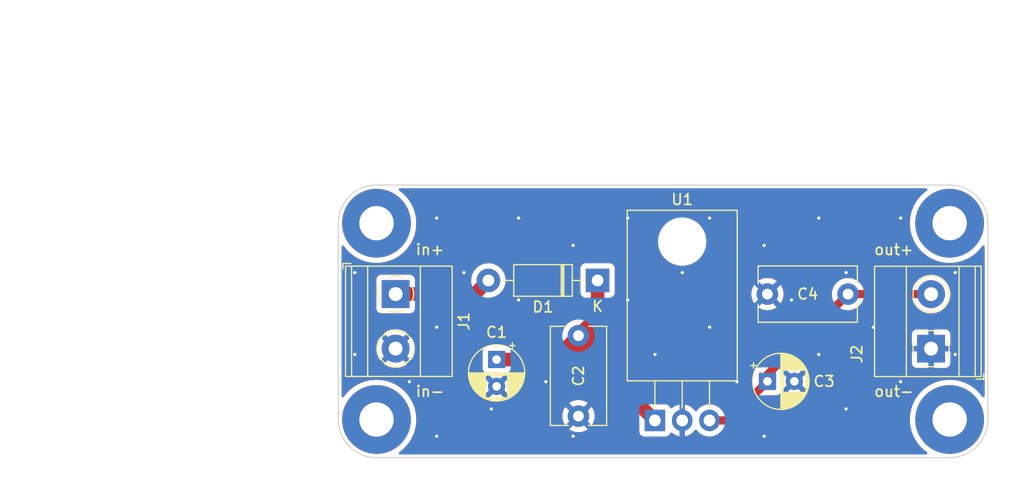
<source format=kicad_pcb>
(kicad_pcb (version 20221018) (generator pcbnew)
  (layers (0 "F.Cu" signal) (31 "B.Cu" signal) (34 "B.Paste" user) (35 "F.Paste" user) (36 "B.SilkS" user "B.Silkscreen") (37 "F.SilkS" user "F.Silkscreen") (38 "B.Mask" user) (39 "F.Mask" user) (44 "Edge.Cuts" user))
  (net 0 "")
  (net 1 "Net-(D1-K)")
  (net 2 "Net-(J1-Pin_2)")
  (net 3 "Net-(D1-A)")
  (net 8 "Net-(J2-Pin_2)")
  (footprint "Capacitor_THT:CP_Radial_D5.0mm_P2.50mm" (layer "F.Cu") (at 217.742888 119.888)
    (fp_text reference "C3" (at 5.269112 0) (layer "F.SilkS") (effects (font (thickness 0.16))))
    (fp_text value "10uF")
    (fp_line (start -1.554775 -1.475) (end -1.054775 -1.475) (stroke (width 0.12)) (layer "F.SilkS"))
    (fp_line (start -1.304775 -1.725) (end -1.304775 -1.225) (stroke (width 0.12)) (layer "F.SilkS"))
    (fp_line (start 1.25 -2.58) (end 1.25 2.58) (stroke (width 0.12)) (layer "F.SilkS"))
    (fp_line (start 1.29 -2.58) (end 1.29 2.58) (stroke (width 0.12)) (layer "F.SilkS"))
    (fp_line (start 1.33 -2.579) (end 1.33 2.579) (stroke (width 0.12)) (layer "F.SilkS"))
    (fp_line (start 1.37 -2.578) (end 1.37 2.578) (stroke (width 0.12)) (layer "F.SilkS"))
    (fp_line (start 1.41 -2.576) (end 1.41 2.576) (stroke (width 0.12)) (layer "F.SilkS"))
    (fp_line (start 1.45 -2.573) (end 1.45 2.573) (stroke (width 0.12)) (layer "F.SilkS"))
    (fp_line (start 1.49 -2.569) (end 1.49 -1.04) (stroke (width 0.12)) (layer "F.SilkS"))
    (fp_line (start 1.49 1.04) (end 1.49 2.569) (stroke (width 0.12)) (layer "F.SilkS"))
    (fp_line (start 1.53 -2.565) (end 1.53 -1.04) (stroke (width 0.12)) (layer "F.SilkS"))
    (fp_line (start 1.53 1.04) (end 1.53 2.565) (stroke (width 0.12)) (layer "F.SilkS"))
    (fp_line (start 1.57 -2.561) (end 1.57 -1.04) (stroke (width 0.12)) (layer "F.SilkS"))
    (fp_line (start 1.57 1.04) (end 1.57 2.561) (stroke (width 0.12)) (layer "F.SilkS"))
    (fp_line (start 1.61 -2.556) (end 1.61 -1.04) (stroke (width 0.12)) (layer "F.SilkS"))
    (fp_line (start 1.61 1.04) (end 1.61 2.556) (stroke (width 0.12)) (layer "F.SilkS"))
    (fp_line (start 1.65 -2.55) (end 1.65 -1.04) (stroke (width 0.12)) (layer "F.SilkS"))
    (fp_line (start 1.65 1.04) (end 1.65 2.55) (stroke (width 0.12)) (layer "F.SilkS"))
    (fp_line (start 1.69 -2.543) (end 1.69 -1.04) (stroke (width 0.12)) (layer "F.SilkS"))
    (fp_line (start 1.69 1.04) (end 1.69 2.543) (stroke (width 0.12)) (layer "F.SilkS"))
    (fp_line (start 1.73 -2.536) (end 1.73 -1.04) (stroke (width 0.12)) (layer "F.SilkS"))
    (fp_line (start 1.73 1.04) (end 1.73 2.536) (stroke (width 0.12)) (layer "F.SilkS"))
    (fp_line (start 1.77 -2.528) (end 1.77 -1.04) (stroke (width 0.12)) (layer "F.SilkS"))
    (fp_line (start 1.77 1.04) (end 1.77 2.528) (stroke (width 0.12)) (layer "F.SilkS"))
    (fp_line (start 1.81 -2.52) (end 1.81 -1.04) (stroke (width 0.12)) (layer "F.SilkS"))
    (fp_line (start 1.81 1.04) (end 1.81 2.52) (stroke (width 0.12)) (layer "F.SilkS"))
    (fp_line (start 1.85 -2.511) (end 1.85 -1.04) (stroke (width 0.12)) (layer "F.SilkS"))
    (fp_line (start 1.85 1.04) (end 1.85 2.511) (stroke (width 0.12)) (layer "F.SilkS"))
    (fp_line (start 1.89 -2.501) (end 1.89 -1.04) (stroke (width 0.12)) (layer "F.SilkS"))
    (fp_line (start 1.89 1.04) (end 1.89 2.501) (stroke (width 0.12)) (layer "F.SilkS"))
    (fp_line (start 1.93 -2.491) (end 1.93 -1.04) (stroke (width 0.12)) (layer "F.SilkS"))
    (fp_line (start 1.93 1.04) (end 1.93 2.491) (stroke (width 0.12)) (layer "F.SilkS"))
    (fp_line (start 1.971 -2.48) (end 1.971 -1.04) (stroke (width 0.12)) (layer "F.SilkS"))
    (fp_line (start 1.971 1.04) (end 1.971 2.48) (stroke (width 0.12)) (layer "F.SilkS"))
    (fp_line (start 2.011 -2.468) (end 2.011 -1.04) (stroke (width 0.12)) (layer "F.SilkS"))
    (fp_line (start 2.011 1.04) (end 2.011 2.468) (stroke (width 0.12)) (layer "F.SilkS"))
    (fp_line (start 2.051 -2.455) (end 2.051 -1.04) (stroke (width 0.12)) (layer "F.SilkS"))
    (fp_line (start 2.051 1.04) (end 2.051 2.455) (stroke (width 0.12)) (layer "F.SilkS"))
    (fp_line (start 2.091 -2.442) (end 2.091 -1.04) (stroke (width 0.12)) (layer "F.SilkS"))
    (fp_line (start 2.091 1.04) (end 2.091 2.442) (stroke (width 0.12)) (layer "F.SilkS"))
    (fp_line (start 2.131 -2.428) (end 2.131 -1.04) (stroke (width 0.12)) (layer "F.SilkS"))
    (fp_line (start 2.131 1.04) (end 2.131 2.428) (stroke (width 0.12)) (layer "F.SilkS"))
    (fp_line (start 2.171 -2.414) (end 2.171 -1.04) (stroke (width 0.12)) (layer "F.SilkS"))
    (fp_line (start 2.171 1.04) (end 2.171 2.414) (stroke (width 0.12)) (layer "F.SilkS"))
    (fp_line (start 2.211 -2.398) (end 2.211 -1.04) (stroke (width 0.12)) (layer "F.SilkS"))
    (fp_line (start 2.211 1.04) (end 2.211 2.398) (stroke (width 0.12)) (layer "F.SilkS"))
    (fp_line (start 2.251 -2.382) (end 2.251 -1.04) (stroke (width 0.12)) (layer "F.SilkS"))
    (fp_line (start 2.251 1.04) (end 2.251 2.382) (stroke (width 0.12)) (layer "F.SilkS"))
    (fp_line (start 2.291 -2.365) (end 2.291 -1.04) (stroke (width 0.12)) (layer "F.SilkS"))
    (fp_line (start 2.291 1.04) (end 2.291 2.365) (stroke (width 0.12)) (layer "F.SilkS"))
    (fp_line (start 2.331 -2.348) (end 2.331 -1.04) (stroke (width 0.12)) (layer "F.SilkS"))
    (fp_line (start 2.331 1.04) (end 2.331 2.348) (stroke (width 0.12)) (layer "F.SilkS"))
    (fp_line (start 2.371 -2.329) (end 2.371 -1.04) (stroke (width 0.12)) (layer "F.SilkS"))
    (fp_line (start 2.371 1.04) (end 2.371 2.329) (stroke (width 0.12)) (layer "F.SilkS"))
    (fp_line (start 2.411 -2.31) (end 2.411 -1.04) (stroke (width 0.12)) (layer "F.SilkS"))
    (fp_line (start 2.411 1.04) (end 2.411 2.31) (stroke (width 0.12)) (layer "F.SilkS"))
    (fp_line (start 2.451 -2.29) (end 2.451 -1.04) (stroke (width 0.12)) (layer "F.SilkS"))
    (fp_line (start 2.451 1.04) (end 2.451 2.29) (stroke (width 0.12)) (layer "F.SilkS"))
    (fp_line (start 2.491 -2.268) (end 2.491 -1.04) (stroke (width 0.12)) (layer "F.SilkS"))
    (fp_line (start 2.491 1.04) (end 2.491 2.268) (stroke (width 0.12)) (layer "F.SilkS"))
    (fp_line (start 2.531 -2.247) (end 2.531 -1.04) (stroke (width 0.12)) (layer "F.SilkS"))
    (fp_line (start 2.531 1.04) (end 2.531 2.247) (stroke (width 0.12)) (layer "F.SilkS"))
    (fp_line (start 2.571 -2.224) (end 2.571 -1.04) (stroke (width 0.12)) (layer "F.SilkS"))
    (fp_line (start 2.571 1.04) (end 2.571 2.224) (stroke (width 0.12)) (layer "F.SilkS"))
    (fp_line (start 2.611 -2.2) (end 2.611 -1.04) (stroke (width 0.12)) (layer "F.SilkS"))
    (fp_line (start 2.611 1.04) (end 2.611 2.2) (stroke (width 0.12)) (layer "F.SilkS"))
    (fp_line (start 2.651 -2.175) (end 2.651 -1.04) (stroke (width 0.12)) (layer "F.SilkS"))
    (fp_line (start 2.651 1.04) (end 2.651 2.175) (stroke (width 0.12)) (layer "F.SilkS"))
    (fp_line (start 2.691 -2.149) (end 2.691 -1.04) (stroke (width 0.12)) (layer "F.SilkS"))
    (fp_line (start 2.691 1.04) (end 2.691 2.149) (stroke (width 0.12)) (layer "F.SilkS"))
    (fp_line (start 2.731 -2.122) (end 2.731 -1.04) (stroke (width 0.12)) (layer "F.SilkS"))
    (fp_line (start 2.731 1.04) (end 2.731 2.122) (stroke (width 0.12)) (layer "F.SilkS"))
    (fp_line (start 2.771 -2.095) (end 2.771 -1.04) (stroke (width 0.12)) (layer "F.SilkS"))
    (fp_line (start 2.771 1.04) (end 2.771 2.095) (stroke (width 0.12)) (layer "F.SilkS"))
    (fp_line (start 2.811 -2.065) (end 2.811 -1.04) (stroke (width 0.12)) (layer "F.SilkS"))
    (fp_line (start 2.811 1.04) (end 2.811 2.065) (stroke (width 0.12)) (layer "F.SilkS"))
    (fp_line (start 2.851 -2.035) (end 2.851 -1.04) (stroke (width 0.12)) (layer "F.SilkS"))
    (fp_line (start 2.851 1.04) (end 2.851 2.035) (stroke (width 0.12)) (layer "F.SilkS"))
    (fp_line (start 2.891 -2.004) (end 2.891 -1.04) (stroke (width 0.12)) (layer "F.SilkS"))
    (fp_line (start 2.891 1.04) (end 2.891 2.004) (stroke (width 0.12)) (layer "F.SilkS"))
    (fp_line (start 2.931 -1.971) (end 2.931 -1.04) (stroke (width 0.12)) (layer "F.SilkS"))
    (fp_line (start 2.931 1.04) (end 2.931 1.971) (stroke (width 0.12)) (layer "F.SilkS"))
    (fp_line (start 2.971 -1.937) (end 2.971 -1.04) (stroke (width 0.12)) (layer "F.SilkS"))
    (fp_line (start 2.971 1.04) (end 2.971 1.937) (stroke (width 0.12)) (layer "F.SilkS"))
    (fp_line (start 3.011 -1.901) (end 3.011 -1.04) (stroke (width 0.12)) (layer "F.SilkS"))
    (fp_line (start 3.011 1.04) (end 3.011 1.901) (stroke (width 0.12)) (layer "F.SilkS"))
    (fp_line (start 3.051 -1.864) (end 3.051 -1.04) (stroke (width 0.12)) (layer "F.SilkS"))
    (fp_line (start 3.051 1.04) (end 3.051 1.864) (stroke (width 0.12)) (layer "F.SilkS"))
    (fp_line (start 3.091 -1.826) (end 3.091 -1.04) (stroke (width 0.12)) (layer "F.SilkS"))
    (fp_line (start 3.091 1.04) (end 3.091 1.826) (stroke (width 0.12)) (layer "F.SilkS"))
    (fp_line (start 3.131 -1.785) (end 3.131 -1.04) (stroke (width 0.12)) (layer "F.SilkS"))
    (fp_line (start 3.131 1.04) (end 3.131 1.785) (stroke (width 0.12)) (layer "F.SilkS"))
    (fp_line (start 3.171 -1.743) (end 3.171 -1.04) (stroke (width 0.12)) (layer "F.SilkS"))
    (fp_line (start 3.171 1.04) (end 3.171 1.743) (stroke (width 0.12)) (layer "F.SilkS"))
    (fp_line (start 3.211 -1.699) (end 3.211 -1.04) (stroke (width 0.12)) (layer "F.SilkS"))
    (fp_line (start 3.211 1.04) (end 3.211 1.699) (stroke (width 0.12)) (layer "F.SilkS"))
    (fp_line (start 3.251 -1.653) (end 3.251 -1.04) (stroke (width 0.12)) (layer "F.SilkS"))
    (fp_line (start 3.251 1.04) (end 3.251 1.653) (stroke (width 0.12)) (layer "F.SilkS"))
    (fp_line (start 3.291 -1.605) (end 3.291 -1.04) (stroke (width 0.12)) (layer "F.SilkS"))
    (fp_line (start 3.291 1.04) (end 3.291 1.605) (stroke (width 0.12)) (layer "F.SilkS"))
    (fp_line (start 3.331 -1.554) (end 3.331 -1.04) (stroke (width 0.12)) (layer "F.SilkS"))
    (fp_line (start 3.331 1.04) (end 3.331 1.554) (stroke (width 0.12)) (layer "F.SilkS"))
    (fp_line (start 3.371 -1.5) (end 3.371 -1.04) (stroke (width 0.12)) (layer "F.SilkS"))
    (fp_line (start 3.371 1.04) (end 3.371 1.5) (stroke (width 0.12)) (layer "F.SilkS"))
    (fp_line (start 3.411 -1.443) (end 3.411 -1.04) (stroke (width 0.12)) (layer "F.SilkS"))
    (fp_line (start 3.411 1.04) (end 3.411 1.443) (stroke (width 0.12)) (layer "F.SilkS"))
    (fp_line (start 3.451 -1.383) (end 3.451 -1.04) (stroke (width 0.12)) (layer "F.SilkS"))
    (fp_line (start 3.451 1.04) (end 3.451 1.383) (stroke (width 0.12)) (layer "F.SilkS"))
    (fp_line (start 3.491 -1.319) (end 3.491 -1.04) (stroke (width 0.12)) (layer "F.SilkS"))
    (fp_line (start 3.491 1.04) (end 3.491 1.319) (stroke (width 0.12)) (layer "F.SilkS"))
    (fp_line (start 3.531 -1.251) (end 3.531 -1.04) (stroke (width 0.12)) (layer "F.SilkS"))
    (fp_line (start 3.531 1.04) (end 3.531 1.251) (stroke (width 0.12)) (layer "F.SilkS"))
    (fp_line (start 3.571 -1.178) (end 3.571 1.178) (stroke (width 0.12)) (layer "F.SilkS"))
    (fp_line (start 3.611 -1.098) (end 3.611 1.098) (stroke (width 0.12)) (layer "F.SilkS"))
    (fp_line (start 3.651 -1.011) (end 3.651 1.011) (stroke (width 0.12)) (layer "F.SilkS"))
    (fp_line (start 3.691 -0.915) (end 3.691 0.915) (stroke (width 0.12)) (layer "F.SilkS"))
    (fp_line (start 3.731 -0.805) (end 3.731 0.805) (stroke (width 0.12)) (layer "F.SilkS"))
    (fp_line (start 3.771 -0.677) (end 3.771 0.677) (stroke (width 0.12)) (layer "F.SilkS"))
    (fp_line (start 3.811 -0.518) (end 3.811 0.518) (stroke (width 0.12)) (layer "F.SilkS"))
    (fp_line (start 3.851 -0.284) (end 3.851 0.284) (stroke (width 0.12)) (layer "F.SilkS"))
    (fp_circle (center 1.25 0) (end 3.87 0) (stroke (width 0.12)) (fill none) (layer "F.SilkS"))
    (pad "1" thru_hole rect (at 0 0) (size 1.6 1.6) (drill 0.8) (layers "*.Cu" "*.Mask") (net 8 "Net-(J2-Pin_2)"))
    (pad "2" thru_hole circle (at 2.5 0) (size 1.6 1.6) (drill 0.8) (layers "*.Cu" "*.Mask") (net 2 "Net-(J1-Pin_2)"))
  )
  (footprint "TerminalBlock_Phoenix:TerminalBlock_Phoenix_MKDS-1,5-2-5.08_1x02_P5.08mm_Horizontal" (layer "F.Cu") (at 232.969 116.845 90)
    (fp_text reference "J2" (at -0.503 -6.909 90) (layer "F.SilkS") (effects (font (thickness 0.16))))
    (fp_text value "Screw_Terminal_01x02")
    (fp_line (start -2.84 4.16) (end -2.84 4.9) (stroke (width 0.12)) (layer "F.SilkS"))
    (fp_line (start -2.84 4.9) (end -2.34 4.9) (stroke (width 0.12)) (layer "F.SilkS"))
    (fp_line (start -2.6 -5.261) (end -2.6 4.66) (stroke (width 0.12)) (layer "F.SilkS"))
    (fp_line (start -2.6 -5.261) (end 7.68 -5.261) (stroke (width 0.12)) (layer "F.SilkS"))
    (fp_line (start -2.6 -2.301) (end 7.68 -2.301) (stroke (width 0.12)) (layer "F.SilkS"))
    (fp_line (start -2.6 2.6) (end 7.68 2.6) (stroke (width 0.12)) (layer "F.SilkS"))
    (fp_line (start -2.6 4.1) (end 7.68 4.1) (stroke (width 0.12)) (layer "F.SilkS"))
    (fp_line (start -2.6 4.66) (end 7.68 4.66) (stroke (width 0.12)) (layer "F.SilkS"))
    (fp_line (start 3.853 1.023) (end 3.806 1.069) (stroke (width 0.12)) (layer "F.SilkS"))
    (fp_line (start 4.046 1.239) (end 4.011 1.274) (stroke (width 0.12)) (layer "F.SilkS"))
    (fp_line (start 6.15 -1.275) (end 6.115 -1.239) (stroke (width 0.12)) (layer "F.SilkS"))
    (fp_line (start 6.355 -1.069) (end 6.308 -1.023) (stroke (width 0.12)) (layer "F.SilkS"))
    (fp_line (start 7.68 -5.261) (end 7.68 4.66) (stroke (width 0.12)) (layer "F.SilkS"))
    (fp_arc (start -1.535427 0.683042) (mid -1.680501 -0.000524) (end -1.535 -0.684) (stroke (width 0.12)) (layer "F.SilkS"))
    (fp_arc (start -0.683042 -1.535427) (mid 0.000524 -1.680501) (end 0.684 -1.535) (stroke (width 0.12)) (layer "F.SilkS"))
    (fp_arc (start 0.028805 1.680253) (mid -0.335551 1.646659) (end -0.684 1.535) (stroke (width 0.12)) (layer "F.SilkS"))
    (fp_arc (start 0.683318 1.534756) (mid 0.349292 1.643288) (end 0 1.68) (stroke (width 0.12)) (layer "F.SilkS"))
    (fp_arc (start 1.535427 -0.683042) (mid 1.680501 0.000524) (end 1.535 0.684) (stroke (width 0.12)) (layer "F.SilkS"))
    (fp_circle (center 5.08 0) (end 6.76 0) (stroke (width 0.12)) (fill none) (layer "F.SilkS"))
    (pad "1" thru_hole rect (at 0 0 90) (size 2.6 2.6) (drill 1.3) (layers "*.Cu" "*.Mask") (net 2 "Net-(J1-Pin_2)"))
    (pad "2" thru_hole circle (at 5.08 0 90) (size 2.6 2.6) (drill 1.3) (layers "*.Cu" "*.Mask") (net 8 "Net-(J2-Pin_2)"))
  )
  (footprint "Capacitor_THT:CP_Radial_D5.0mm_P2.50mm" (layer "F.Cu") (at 192.532 117.856 -90)
    (fp_text reference "C1" (at -2.54 0 180) (layer "F.SilkS") (effects (font (thickness 0.16))))
    (fp_text value "2.2uF")
    (fp_line (start -1.554775 -1.475) (end -1.054775 -1.475) (stroke (width 0.12)) (layer "F.SilkS"))
    (fp_line (start -1.304775 -1.725) (end -1.304775 -1.225) (stroke (width 0.12)) (layer "F.SilkS"))
    (fp_line (start 1.25 -2.58) (end 1.25 2.58) (stroke (width 0.12)) (layer "F.SilkS"))
    (fp_line (start 1.29 -2.58) (end 1.29 2.58) (stroke (width 0.12)) (layer "F.SilkS"))
    (fp_line (start 1.33 -2.579) (end 1.33 2.579) (stroke (width 0.12)) (layer "F.SilkS"))
    (fp_line (start 1.37 -2.578) (end 1.37 2.578) (stroke (width 0.12)) (layer "F.SilkS"))
    (fp_line (start 1.41 -2.576) (end 1.41 2.576) (stroke (width 0.12)) (layer "F.SilkS"))
    (fp_line (start 1.45 -2.573) (end 1.45 2.573) (stroke (width 0.12)) (layer "F.SilkS"))
    (fp_line (start 1.49 -2.569) (end 1.49 -1.04) (stroke (width 0.12)) (layer "F.SilkS"))
    (fp_line (start 1.49 1.04) (end 1.49 2.569) (stroke (width 0.12)) (layer "F.SilkS"))
    (fp_line (start 1.53 -2.565) (end 1.53 -1.04) (stroke (width 0.12)) (layer "F.SilkS"))
    (fp_line (start 1.53 1.04) (end 1.53 2.565) (stroke (width 0.12)) (layer "F.SilkS"))
    (fp_line (start 1.57 -2.561) (end 1.57 -1.04) (stroke (width 0.12)) (layer "F.SilkS"))
    (fp_line (start 1.57 1.04) (end 1.57 2.561) (stroke (width 0.12)) (layer "F.SilkS"))
    (fp_line (start 1.61 -2.556) (end 1.61 -1.04) (stroke (width 0.12)) (layer "F.SilkS"))
    (fp_line (start 1.61 1.04) (end 1.61 2.556) (stroke (width 0.12)) (layer "F.SilkS"))
    (fp_line (start 1.65 -2.55) (end 1.65 -1.04) (stroke (width 0.12)) (layer "F.SilkS"))
    (fp_line (start 1.65 1.04) (end 1.65 2.55) (stroke (width 0.12)) (layer "F.SilkS"))
    (fp_line (start 1.69 -2.543) (end 1.69 -1.04) (stroke (width 0.12)) (layer "F.SilkS"))
    (fp_line (start 1.69 1.04) (end 1.69 2.543) (stroke (width 0.12)) (layer "F.SilkS"))
    (fp_line (start 1.73 -2.536) (end 1.73 -1.04) (stroke (width 0.12)) (layer "F.SilkS"))
    (fp_line (start 1.73 1.04) (end 1.73 2.536) (stroke (width 0.12)) (layer "F.SilkS"))
    (fp_line (start 1.77 -2.528) (end 1.77 -1.04) (stroke (width 0.12)) (layer "F.SilkS"))
    (fp_line (start 1.77 1.04) (end 1.77 2.528) (stroke (width 0.12)) (layer "F.SilkS"))
    (fp_line (start 1.81 -2.52) (end 1.81 -1.04) (stroke (width 0.12)) (layer "F.SilkS"))
    (fp_line (start 1.81 1.04) (end 1.81 2.52) (stroke (width 0.12)) (layer "F.SilkS"))
    (fp_line (start 1.85 -2.511) (end 1.85 -1.04) (stroke (width 0.12)) (layer "F.SilkS"))
    (fp_line (start 1.85 1.04) (end 1.85 2.511) (stroke (width 0.12)) (layer "F.SilkS"))
    (fp_line (start 1.89 -2.501) (end 1.89 -1.04) (stroke (width 0.12)) (layer "F.SilkS"))
    (fp_line (start 1.89 1.04) (end 1.89 2.501) (stroke (width 0.12)) (layer "F.SilkS"))
    (fp_line (start 1.93 -2.491) (end 1.93 -1.04) (stroke (width 0.12)) (layer "F.SilkS"))
    (fp_line (start 1.93 1.04) (end 1.93 2.491) (stroke (width 0.12)) (layer "F.SilkS"))
    (fp_line (start 1.971 -2.48) (end 1.971 -1.04) (stroke (width 0.12)) (layer "F.SilkS"))
    (fp_line (start 1.971 1.04) (end 1.971 2.48) (stroke (width 0.12)) (layer "F.SilkS"))
    (fp_line (start 2.011 -2.468) (end 2.011 -1.04) (stroke (width 0.12)) (layer "F.SilkS"))
    (fp_line (start 2.011 1.04) (end 2.011 2.468) (stroke (width 0.12)) (layer "F.SilkS"))
    (fp_line (start 2.051 -2.455) (end 2.051 -1.04) (stroke (width 0.12)) (layer "F.SilkS"))
    (fp_line (start 2.051 1.04) (end 2.051 2.455) (stroke (width 0.12)) (layer "F.SilkS"))
    (fp_line (start 2.091 -2.442) (end 2.091 -1.04) (stroke (width 0.12)) (layer "F.SilkS"))
    (fp_line (start 2.091 1.04) (end 2.091 2.442) (stroke (width 0.12)) (layer "F.SilkS"))
    (fp_line (start 2.131 -2.428) (end 2.131 -1.04) (stroke (width 0.12)) (layer "F.SilkS"))
    (fp_line (start 2.131 1.04) (end 2.131 2.428) (stroke (width 0.12)) (layer "F.SilkS"))
    (fp_line (start 2.171 -2.414) (end 2.171 -1.04) (stroke (width 0.12)) (layer "F.SilkS"))
    (fp_line (start 2.171 1.04) (end 2.171 2.414) (stroke (width 0.12)) (layer "F.SilkS"))
    (fp_line (start 2.211 -2.398) (end 2.211 -1.04) (stroke (width 0.12)) (layer "F.SilkS"))
    (fp_line (start 2.211 1.04) (end 2.211 2.398) (stroke (width 0.12)) (layer "F.SilkS"))
    (fp_line (start 2.251 -2.382) (end 2.251 -1.04) (stroke (width 0.12)) (layer "F.SilkS"))
    (fp_line (start 2.251 1.04) (end 2.251 2.382) (stroke (width 0.12)) (layer "F.SilkS"))
    (fp_line (start 2.291 -2.365) (end 2.291 -1.04) (stroke (width 0.12)) (layer "F.SilkS"))
    (fp_line (start 2.291 1.04) (end 2.291 2.365) (stroke (width 0.12)) (layer "F.SilkS"))
    (fp_line (start 2.331 -2.348) (end 2.331 -1.04) (stroke (width 0.12)) (layer "F.SilkS"))
    (fp_line (start 2.331 1.04) (end 2.331 2.348) (stroke (width 0.12)) (layer "F.SilkS"))
    (fp_line (start 2.371 -2.329) (end 2.371 -1.04) (stroke (width 0.12)) (layer "F.SilkS"))
    (fp_line (start 2.371 1.04) (end 2.371 2.329) (stroke (width 0.12)) (layer "F.SilkS"))
    (fp_line (start 2.411 -2.31) (end 2.411 -1.04) (stroke (width 0.12)) (layer "F.SilkS"))
    (fp_line (start 2.411 1.04) (end 2.411 2.31) (stroke (width 0.12)) (layer "F.SilkS"))
    (fp_line (start 2.451 -2.29) (end 2.451 -1.04) (stroke (width 0.12)) (layer "F.SilkS"))
    (fp_line (start 2.451 1.04) (end 2.451 2.29) (stroke (width 0.12)) (layer "F.SilkS"))
    (fp_line (start 2.491 -2.268) (end 2.491 -1.04) (stroke (width 0.12)) (layer "F.SilkS"))
    (fp_line (start 2.491 1.04) (end 2.491 2.268) (stroke (width 0.12)) (layer "F.SilkS"))
    (fp_line (start 2.531 -2.247) (end 2.531 -1.04) (stroke (width 0.12)) (layer "F.SilkS"))
    (fp_line (start 2.531 1.04) (end 2.531 2.247) (stroke (width 0.12)) (layer "F.SilkS"))
    (fp_line (start 2.571 -2.224) (end 2.571 -1.04) (stroke (width 0.12)) (layer "F.SilkS"))
    (fp_line (start 2.571 1.04) (end 2.571 2.224) (stroke (width 0.12)) (layer "F.SilkS"))
    (fp_line (start 2.611 -2.2) (end 2.611 -1.04) (stroke (width 0.12)) (layer "F.SilkS"))
    (fp_line (start 2.611 1.04) (end 2.611 2.2) (stroke (width 0.12)) (layer "F.SilkS"))
    (fp_line (start 2.651 -2.175) (end 2.651 -1.04) (stroke (width 0.12)) (layer "F.SilkS"))
    (fp_line (start 2.651 1.04) (end 2.651 2.175) (stroke (width 0.12)) (layer "F.SilkS"))
    (fp_line (start 2.691 -2.149) (end 2.691 -1.04) (stroke (width 0.12)) (layer "F.SilkS"))
    (fp_line (start 2.691 1.04) (end 2.691 2.149) (stroke (width 0.12)) (layer "F.SilkS"))
    (fp_line (start 2.731 -2.122) (end 2.731 -1.04) (stroke (width 0.12)) (layer "F.SilkS"))
    (fp_line (start 2.731 1.04) (end 2.731 2.122) (stroke (width 0.12)) (layer "F.SilkS"))
    (fp_line (start 2.771 -2.095) (end 2.771 -1.04) (stroke (width 0.12)) (layer "F.SilkS"))
    (fp_line (start 2.771 1.04) (end 2.771 2.095) (stroke (width 0.12)) (layer "F.SilkS"))
    (fp_line (start 2.811 -2.065) (end 2.811 -1.04) (stroke (width 0.12)) (layer "F.SilkS"))
    (fp_line (start 2.811 1.04) (end 2.811 2.065) (stroke (width 0.12)) (layer "F.SilkS"))
    (fp_line (start 2.851 -2.035) (end 2.851 -1.04) (stroke (width 0.12)) (layer "F.SilkS"))
    (fp_line (start 2.851 1.04) (end 2.851 2.035) (stroke (width 0.12)) (layer "F.SilkS"))
    (fp_line (start 2.891 -2.004) (end 2.891 -1.04) (stroke (width 0.12)) (layer "F.SilkS"))
    (fp_line (start 2.891 1.04) (end 2.891 2.004) (stroke (width 0.12)) (layer "F.SilkS"))
    (fp_line (start 2.931 -1.971) (end 2.931 -1.04) (stroke (width 0.12)) (layer "F.SilkS"))
    (fp_line (start 2.931 1.04) (end 2.931 1.971) (stroke (width 0.12)) (layer "F.SilkS"))
    (fp_line (start 2.971 -1.937) (end 2.971 -1.04) (stroke (width 0.12)) (layer "F.SilkS"))
    (fp_line (start 2.971 1.04) (end 2.971 1.937) (stroke (width 0.12)) (layer "F.SilkS"))
    (fp_line (start 3.011 -1.901) (end 3.011 -1.04) (stroke (width 0.12)) (layer "F.SilkS"))
    (fp_line (start 3.011 1.04) (end 3.011 1.901) (stroke (width 0.12)) (layer "F.SilkS"))
    (fp_line (start 3.051 -1.864) (end 3.051 -1.04) (stroke (width 0.12)) (layer "F.SilkS"))
    (fp_line (start 3.051 1.04) (end 3.051 1.864) (stroke (width 0.12)) (layer "F.SilkS"))
    (fp_line (start 3.091 -1.826) (end 3.091 -1.04) (stroke (width 0.12)) (layer "F.SilkS"))
    (fp_line (start 3.091 1.04) (end 3.091 1.826) (stroke (width 0.12)) (layer "F.SilkS"))
    (fp_line (start 3.131 -1.785) (end 3.131 -1.04) (stroke (width 0.12)) (layer "F.SilkS"))
    (fp_line (start 3.131 1.04) (end 3.131 1.785) (stroke (width 0.12)) (layer "F.SilkS"))
    (fp_line (start 3.171 -1.743) (end 3.171 -1.04) (stroke (width 0.12)) (layer "F.SilkS"))
    (fp_line (start 3.171 1.04) (end 3.171 1.743) (stroke (width 0.12)) (layer "F.SilkS"))
    (fp_line (start 3.211 -1.699) (end 3.211 -1.04) (stroke (width 0.12)) (layer "F.SilkS"))
    (fp_line (start 3.211 1.04) (end 3.211 1.699) (stroke (width 0.12)) (layer "F.SilkS"))
    (fp_line (start 3.251 -1.653) (end 3.251 -1.04) (stroke (width 0.12)) (layer "F.SilkS"))
    (fp_line (start 3.251 1.04) (end 3.251 1.653) (stroke (width 0.12)) (layer "F.SilkS"))
    (fp_line (start 3.291 -1.605) (end 3.291 -1.04) (stroke (width 0.12)) (layer "F.SilkS"))
    (fp_line (start 3.291 1.04) (end 3.291 1.605) (stroke (width 0.12)) (layer "F.SilkS"))
    (fp_line (start 3.331 -1.554) (end 3.331 -1.04) (stroke (width 0.12)) (layer "F.SilkS"))
    (fp_line (start 3.331 1.04) (end 3.331 1.554) (stroke (width 0.12)) (layer "F.SilkS"))
    (fp_line (start 3.371 -1.5) (end 3.371 -1.04) (stroke (width 0.12)) (layer "F.SilkS"))
    (fp_line (start 3.371 1.04) (end 3.371 1.5) (stroke (width 0.12)) (layer "F.SilkS"))
    (fp_line (start 3.411 -1.443) (end 3.411 -1.04) (stroke (width 0.12)) (layer "F.SilkS"))
    (fp_line (start 3.411 1.04) (end 3.411 1.443) (stroke (width 0.12)) (layer "F.SilkS"))
    (fp_line (start 3.451 -1.383) (end 3.451 -1.04) (stroke (width 0.12)) (layer "F.SilkS"))
    (fp_line (start 3.451 1.04) (end 3.451 1.383) (stroke (width 0.12)) (layer "F.SilkS"))
    (fp_line (start 3.491 -1.319) (end 3.491 -1.04) (stroke (width 0.12)) (layer "F.SilkS"))
    (fp_line (start 3.491 1.04) (end 3.491 1.319) (stroke (width 0.12)) (layer "F.SilkS"))
    (fp_line (start 3.531 -1.251) (end 3.531 -1.04) (stroke (width 0.12)) (layer "F.SilkS"))
    (fp_line (start 3.531 1.04) (end 3.531 1.251) (stroke (width 0.12)) (layer "F.SilkS"))
    (fp_line (start 3.571 -1.178) (end 3.571 1.178) (stroke (width 0.12)) (layer "F.SilkS"))
    (fp_line (start 3.611 -1.098) (end 3.611 1.098) (stroke (width 0.12)) (layer "F.SilkS"))
    (fp_line (start 3.651 -1.011) (end 3.651 1.011) (stroke (width 0.12)) (layer "F.SilkS"))
    (fp_line (start 3.691 -0.915) (end 3.691 0.915) (stroke (width 0.12)) (layer "F.SilkS"))
    (fp_line (start 3.731 -0.805) (end 3.731 0.805) (stroke (width 0.12)) (layer "F.SilkS"))
    (fp_line (start 3.771 -0.677) (end 3.771 0.677) (stroke (width 0.12)) (layer "F.SilkS"))
    (fp_line (start 3.811 -0.518) (end 3.811 0.518) (stroke (width 0.12)) (layer "F.SilkS"))
    (fp_line (start 3.851 -0.284) (end 3.851 0.284) (stroke (width 0.12)) (layer "F.SilkS"))
    (fp_circle (center 1.25 0) (end 3.87 0) (stroke (width 0.12)) (fill none) (layer "F.SilkS"))
    (pad "1" thru_hole rect (at 0 0 270) (size 1.6 1.6) (drill 0.8) (layers "*.Cu" "*.Mask") (net 1 "Net-(D1-K)"))
    (pad "2" thru_hole circle (at 2.5 0 270) (size 1.6 1.6) (drill 0.8) (layers "*.Cu" "*.Mask") (net 2 "Net-(J1-Pin_2)"))
  )
  (footprint "Capacitor_THT:C_Disc_D9.0mm_W5.0mm_P7.50mm" (layer "F.Cu") (at 200.152 123.13 90)
    (fp_text reference "C2" (at 3.75 0 90) (layer "F.SilkS") (effects (font (thickness 0.16))))
    (fp_text value "0.1uF")
    (fp_line (start -0.87 -2.62) (end -0.87 -0.946) (stroke (width 0.12)) (layer "F.SilkS"))
    (fp_line (start -0.87 -2.62) (end 8.37 -2.62) (stroke (width 0.12)) (layer "F.SilkS"))
    (fp_line (start -0.87 0.946) (end -0.87 2.62) (stroke (width 0.12)) (layer "F.SilkS"))
    (fp_line (start -0.87 2.62) (end 8.37 2.62) (stroke (width 0.12)) (layer "F.SilkS"))
    (fp_line (start 8.37 -2.62) (end 8.37 -0.946) (stroke (width 0.12)) (layer "F.SilkS"))
    (fp_line (start 8.37 0.946) (end 8.37 2.62) (stroke (width 0.12)) (layer "F.SilkS"))
    (pad "1" thru_hole circle (at 0 0 90) (size 2 2) (drill 1) (layers "*.Cu" "*.Mask") (net 2 "Net-(J1-Pin_2)"))
    (pad "2" thru_hole circle (at 7.5 0 90) (size 2 2) (drill 1) (layers "*.Cu" "*.Mask") (net 1 "Net-(D1-K)"))
  )
  (footprint "TerminalBlock_Phoenix:TerminalBlock_Phoenix_MKDS-1,5-2-5.08_1x02_P5.08mm_Horizontal" (layer "F.Cu") (at 183.134 111.755 -90)
    (fp_text reference "J1" (at 2.54 -6.35 90) (layer "F.SilkS") (effects (font (thickness 0.16))))
    (fp_text value "Screw_Terminal_01x02")
    (fp_line (start -2.84 4.16) (end -2.84 4.9) (stroke (width 0.12)) (layer "F.SilkS"))
    (fp_line (start -2.84 4.9) (end -2.34 4.9) (stroke (width 0.12)) (layer "F.SilkS"))
    (fp_line (start -2.6 -5.261) (end -2.6 4.66) (stroke (width 0.12)) (layer "F.SilkS"))
    (fp_line (start -2.6 -5.261) (end 7.68 -5.261) (stroke (width 0.12)) (layer "F.SilkS"))
    (fp_line (start -2.6 -2.301) (end 7.68 -2.301) (stroke (width 0.12)) (layer "F.SilkS"))
    (fp_line (start -2.6 2.6) (end 7.68 2.6) (stroke (width 0.12)) (layer "F.SilkS"))
    (fp_line (start -2.6 4.1) (end 7.68 4.1) (stroke (width 0.12)) (layer "F.SilkS"))
    (fp_line (start -2.6 4.66) (end 7.68 4.66) (stroke (width 0.12)) (layer "F.SilkS"))
    (fp_line (start 3.853 1.023) (end 3.806 1.069) (stroke (width 0.12)) (layer "F.SilkS"))
    (fp_line (start 4.046 1.239) (end 4.011 1.274) (stroke (width 0.12)) (layer "F.SilkS"))
    (fp_line (start 6.15 -1.275) (end 6.115 -1.239) (stroke (width 0.12)) (layer "F.SilkS"))
    (fp_line (start 6.355 -1.069) (end 6.308 -1.023) (stroke (width 0.12)) (layer "F.SilkS"))
    (fp_line (start 7.68 -5.261) (end 7.68 4.66) (stroke (width 0.12)) (layer "F.SilkS"))
    (fp_arc (start -1.535427 0.683042) (mid -1.680501 -0.000524) (end -1.535 -0.684) (stroke (width 0.12)) (layer "F.SilkS"))
    (fp_arc (start -0.683042 -1.535427) (mid 0.000524 -1.680501) (end 0.684 -1.535) (stroke (width 0.12)) (layer "F.SilkS"))
    (fp_arc (start 0.028805 1.680253) (mid -0.335551 1.646659) (end -0.684 1.535) (stroke (width 0.12)) (layer "F.SilkS"))
    (fp_arc (start 0.683318 1.534756) (mid 0.349292 1.643288) (end 0 1.68) (stroke (width 0.12)) (layer "F.SilkS"))
    (fp_arc (start 1.535427 -0.683042) (mid 1.680501 0.000524) (end 1.535 0.684) (stroke (width 0.12)) (layer "F.SilkS"))
    (fp_circle (center 5.08 0) (end 6.76 0) (stroke (width 0.12)) (fill none) (layer "F.SilkS"))
    (pad "1" thru_hole rect (at 0 0 270) (size 2.6 2.6) (drill 1.3) (layers "*.Cu" "*.Mask") (net 3 "Net-(D1-A)"))
    (pad "2" thru_hole circle (at 5.08 0 270) (size 2.6 2.6) (drill 1.3) (layers "*.Cu" "*.Mask") (net 2 "Net-(J1-Pin_2)"))
  )
  (footprint "MountingHole:MountingHole_3.2mm_M3_Pad" (layer "F.Cu") (at 181.356 123.444 -90)
    (fp_text reference "H2" hide)
    (fp_text value "MountingHole_Pad")
    (pad "1" thru_hole circle (at 0 0 270) (size 6.4 6.4) (drill 3.2) (layers "*.Cu" "*.Mask"))
  )
  (footprint "Diode_THT:D_DO-41_SOD81_P10.16mm_Horizontal" (layer "F.Cu") (at 201.93 110.49 180)
    (fp_text reference "D1" (at 5.08 -2.47) (layer "F.SilkS") (effects (font (thickness 0.16))))
    (fp_text value "1N5817")
    (fp_text user "K" (at 0 -2.413) (layer "F.SilkS") (effects (font (thickness 0.16))))
    (fp_line (start 1.34 0) (end 2.36 0) (stroke (width 0.12)) (layer "F.SilkS"))
    (fp_line (start 2.36 -1.47) (end 2.36 1.47) (stroke (width 0.12)) (layer "F.SilkS"))
    (fp_line (start 2.36 1.47) (end 7.8 1.47) (stroke (width 0.12)) (layer "F.SilkS"))
    (fp_line (start 3.14 -1.47) (end 3.14 1.47) (stroke (width 0.12)) (layer "F.SilkS"))
    (fp_line (start 3.26 -1.47) (end 3.26 1.47) (stroke (width 0.12)) (layer "F.SilkS"))
    (fp_line (start 3.38 -1.47) (end 3.38 1.47) (stroke (width 0.12)) (layer "F.SilkS"))
    (fp_line (start 7.8 -1.47) (end 2.36 -1.47) (stroke (width 0.12)) (layer "F.SilkS"))
    (fp_line (start 7.8 1.47) (end 7.8 -1.47) (stroke (width 0.12)) (layer "F.SilkS"))
    (fp_line (start 8.82 0) (end 7.8 0) (stroke (width 0.12)) (layer "F.SilkS"))
    (pad "1" thru_hole rect (at 0 0 180) (size 2.2 2.2) (drill 1.1) (layers "*.Cu" "*.Mask") (net 1 "Net-(D1-K)"))
    (pad "2" thru_hole oval (at 10.16 0 180) (size 2.2 2.2) (drill 1.1) (layers "*.Cu" "*.Mask") (net 3 "Net-(D1-A)"))
  )
  (footprint "Capacitor_THT:C_Disc_D9.0mm_W5.0mm_P7.50mm" (layer "F.Cu") (at 225.238 111.76 180)
    (fp_text reference "C4" (at 3.75 0) (layer "F.SilkS") (effects (font (thickness 0.16))))
    (fp_text value "0.1uF")
    (fp_line (start -0.87 -2.62) (end -0.87 -0.946) (stroke (width 0.12)) (layer "F.SilkS"))
    (fp_line (start -0.87 -2.62) (end 8.37 -2.62) (stroke (width 0.12)) (layer "F.SilkS"))
    (fp_line (start -0.87 0.946) (end -0.87 2.62) (stroke (width 0.12)) (layer "F.SilkS"))
    (fp_line (start -0.87 2.62) (end 8.37 2.62) (stroke (width 0.12)) (layer "F.SilkS"))
    (fp_line (start 8.37 -2.62) (end 8.37 -0.946) (stroke (width 0.12)) (layer "F.SilkS"))
    (fp_line (start 8.37 0.946) (end 8.37 2.62) (stroke (width 0.12)) (layer "F.SilkS"))
    (pad "1" thru_hole circle (at 0 0 180) (size 2 2) (drill 1) (layers "*.Cu" "*.Mask") (net 8 "Net-(J2-Pin_2)"))
    (pad "2" thru_hole circle (at 7.5 0 180) (size 2 2) (drill 1) (layers "*.Cu" "*.Mask") (net 2 "Net-(J1-Pin_2)"))
  )
  (footprint "MountingHole:MountingHole_3.2mm_M3_Pad" (layer "F.Cu") (at 181.356 105.156)
    (fp_text reference "H1" hide)
    (fp_text value "MountingHole_Pad")
    (pad "1" thru_hole circle (at 0 0) (size 6.4 6.4) (drill 3.2) (layers "*.Cu" "*.Mask"))
  )
  (footprint "Package_TO_SOT_THT:TO-220-3_Horizontal_TabDown" (layer "F.Cu") (at 207.264 123.53)
    (fp_text reference "U1" (at 2.54 -20.58) (layer "F.SilkS") (effects (font (thickness 0.16))))
    (fp_text value "L7805")
    (fp_line (start -2.58 -19.58) (end -2.58 -3.69) (stroke (width 0.12)) (layer "F.SilkS"))
    (fp_line (start -2.58 -19.58) (end 7.66 -19.58) (stroke (width 0.12)) (layer "F.SilkS"))
    (fp_line (start -2.58 -3.69) (end 7.66 -3.69) (stroke (width 0.12)) (layer "F.SilkS"))
    (fp_line (start 0 -3.69) (end 0 -1.15) (stroke (width 0.12)) (layer "F.SilkS"))
    (fp_line (start 2.54 -3.69) (end 2.54 -1.15) (stroke (width 0.12)) (layer "F.SilkS"))
    (fp_line (start 5.08 -3.69) (end 5.08 -1.15) (stroke (width 0.12)) (layer "F.SilkS"))
    (fp_line (start 7.66 -19.58) (end 7.66 -3.69) (stroke (width 0.12)) (layer "F.SilkS"))
    (pad "" np_thru_hole oval (at 2.54 -16.66) (size 3.5 3.5) (drill 3.5) (layers "*.Cu" "*.Mask"))
    (pad "1" thru_hole rect (at 0 0) (size 1.905 2) (drill 1.1) (layers "*.Cu" "*.Mask") (net 1 "Net-(D1-K)"))
    (pad "2" thru_hole oval (at 2.54 0) (size 1.905 2) (drill 1.1) (layers "*.Cu" "*.Mask") (net 2 "Net-(J1-Pin_2)"))
    (pad "3" thru_hole oval (at 5.08 0) (size 1.905 2) (drill 1.1) (layers "*.Cu" "*.Mask") (net 8 "Net-(J2-Pin_2)"))
  )
  (footprint "MountingHole:MountingHole_3.2mm_M3_Pad" (layer "F.Cu") (at 234.696 105.156)
    (fp_text reference "H3" hide)
    (fp_text value "MountingHole_Pad")
    (pad "1" thru_hole circle (at 0 0) (size 6.4 6.4) (drill 3.2) (layers "*.Cu" "*.Mask"))
  )
  (footprint "MountingHole:MountingHole_3.2mm_M3_Pad" (layer "F.Cu") (at 234.696 123.444 90)
    (fp_text reference "H4" hide)
    (fp_text value "MountingHole_Pad")
    (pad "1" thru_hole circle (at 0 0 90) (size 6.4 6.4) (drill 3.2) (layers "*.Cu" "*.Mask"))
  )
  (gr_line (start 234.696 127) (end 181.356 127) (stroke (width 0.1)) (layer "Edge.Cuts"))
  (gr_arc (start 181.356 127) (mid 178.841528 125.958472) (end 177.8 123.444) (stroke (width 0.1)) (layer "Edge.Cuts"))
  (gr_line (start 238.252 105.156) (end 238.252 123.444) (stroke (width 0.1)) (layer "Edge.Cuts"))
  (gr_arc (start 177.8 105.156) (mid 178.841528 102.641528) (end 181.356 101.6) (stroke (width 0.1)) (layer "Edge.Cuts"))
  (gr_arc (start 238.252 123.444) (mid 237.210472 125.958472) (end 234.696 127) (stroke (width 0.1)) (layer "Edge.Cuts"))
  (gr_arc (start 234.696 101.6) (mid 237.210472 102.641528) (end 238.252 105.156) (stroke (width 0.1)) (layer "Edge.Cuts"))
  (gr_line (start 177.8 123.444) (end 177.8 105.156) (stroke (width 0.1)) (layer "Edge.Cuts"))
  (gr_line (start 181.356 101.6) (end 234.696 101.6) (stroke (width 0.1)) (layer "Edge.Cuts"))
  (gr_text "in+" (at 184.912 108.204) (layer "F.SilkS") (effects (font (size 1 1) (thickness 0.16)) (justify left bottom)))
  (gr_text "out-" (at 227.584 121.412) (layer "F.SilkS") (effects (font (size 1 1) (thickness 0.16)) (justify left bottom)))
  (gr_text "in-" (at 184.912 121.412) (layer "F.SilkS") (effects (font (size 1 1) (thickness 0.16)) (justify left bottom)))
  (gr_text "out+" (at 227.584 108.204) (layer "F.SilkS") (effects (font (size 1 1) (thickness 0.16)) (justify left bottom)))
  (segment (start 200.152 116.418) (end 200.617 116.883) (width 1.27) (layer "F.Cu") (net 1))
  (segment (start 201.93 116.078) (end 201.93 118.196) (width 1.27) (layer "F.Cu") (net 1))
  (segment (start 201.93 113.852) (end 201.071 114.711) (width 1.27) (layer "F.Cu") (net 1))
  (segment (start 201.5695 117.8355) (end 201.9505 118.2165) (width 1.27) (layer "F.Cu") (net 1))
  (segment (start 200.152 115.63) (end 200.6 116.078) (width 1.27) (layer "F.Cu") (net 1))
  (segment (start 201.071 114.711) (end 201.295 114.935) (width 1.27) (layer "F.Cu") (net 1))
  (segment (start 201.549 117.856) (end 201.5695 117.8355) (width 1.27) (layer "F.Cu") (net 1))
  (segment (start 201.93 118.196) (end 201.9505 118.2165) (width 1.27) (layer "F.Cu") (net 1))
  (segment (start 201.9505 118.2165) (end 207.264 123.53) (width 1.27) (layer "F.Cu") (net 1))
  (segment (start 200.617 115.165) (end 200.617 116.883) (width 1.27) (layer "F.Cu") (net 1))
  (segment (start 198.912 116.87) (end 198.925 116.883) (width 1.27) (layer "F.Cu") (net 1))
  (segment (start 192.532 117.856) (end 197.926 117.856) (width 1.27) (layer "F.Cu") (net 1))
  (segment (start 201.93 113.852) (end 201.93 116.078) (width 1.27) (layer "F.Cu") (net 1))
  (segment (start 201.071 114.711) (end 200.617 115.165) (width 1.27) (layer "F.Cu") (net 1))
  (segment (start 201.295 114.935) (end 201.295 116.078) (width 1.27) (layer "F.Cu") (net 1))
  (segment (start 201.071 114.711) (end 200.152 115.63) (width 1.27) (layer "F.Cu") (net 1))
  (segment (start 200.6 116.078) (end 201.295 116.078) (width 1.27) (layer "F.Cu") (net 1))
  (segment (start 198.912 116.87) (end 200.152 115.63) (width 1.27) (layer "F.Cu") (net 1))
  (segment (start 200.152 115.63) (end 200.152 116.418) (width 1.27) (layer "F.Cu") (net 1))
  (segment (start 197.926 117.856) (end 198.912 116.87) (width 1.27) (layer "F.Cu") (net 1))
  (segment (start 201.295 116.078) (end 201.93 116.078) (width 1.27) (layer "F.Cu") (net 1))
  (segment (start 197.926 117.856) (end 201.549 117.856) (width 1.27) (layer "F.Cu") (net 1))
  (segment (start 198.925 116.883) (end 200.617 116.883) (width 1.27) (layer "F.Cu") (net 1))
  (segment (start 201.93 110.49) (end 201.93 113.852) (width 1.27) (layer "F.Cu") (net 1))
  (segment (start 200.617 116.883) (end 201.5695 117.8355) (width 1.27) (layer "F.Cu") (net 1))
  (via (at 225.055477 122.46175) (size 0.6) (drill 0.3) (layers "F.Cu" "B.Cu") (net 2))
  (via (at 214.895477 119.92175) (size 0.6) (drill 0.3) (layers "F.Cu" "B.Cu") (net 2))
  (via (at 199.655477 107.22175) (size 0.6) (drill 0.3) (layers "F.Cu" "B.Cu") (net 2))
  (via (at 212.355477 114.84175) (size 0.6) (drill 0.3) (layers "F.Cu" "B.Cu") (net 2))
  (via (at 217.435477 125.00175) (size 0.6) (drill 0.3) (layers "F.Cu" "B.Cu") (net 2))
  (via (at 197.115477 119.92175) (size 0.6) (drill 0.3) (layers "F.Cu" "B.Cu") (net 2))
  (via (at 186.955477 125.00175) (size 0.6) (drill 0.3) (layers "F.Cu" "B.Cu") (net 2))
  (via (at 217.435477 107.22175) (size 0.6) (drill 0.3) (layers "F.Cu" "B.Cu") (net 2))
  (via (at 184.415477 119.92175) (size 0.6) (drill 0.3) (layers "F.Cu" "B.Cu") (net 2))
  (via (at 199.655477 125.00175) (size 0.6) (drill 0.3) (layers "F.Cu" "B.Cu") (net 2))
  (via (at 222.515477 117.38175) (size 0.6) (drill 0.3) (layers "F.Cu" "B.Cu") (net 2))
  (via (at 192.035477 122.46175) (size 0.6) (drill 0.3) (layers "F.Cu" "B.Cu") (net 2))
  (via (at 230.135477 119.92175) (size 0.6) (drill 0.3) (layers "F.Cu" "B.Cu") (net 2))
  (via (at 204.735477 112.30175) (size 0.6) (drill 0.3) (layers "F.Cu" "B.Cu") (net 2))
  (via (at 189.495477 109.76175) (size 0.6) (drill 0.3) (layers "F.Cu" "B.Cu") (net 2))
  (via (at 230.135477 104.68175) (size 0.6) (drill 0.3) (layers "F.Cu" "B.Cu") (net 2))
  (via (at 186.955477 104.68175) (size 0.6) (drill 0.3) (layers "F.Cu" "B.Cu") (net 2))
  (via (at 179.335477 109.76175) (size 0.6) (drill 0.3) (layers "F.Cu" "B.Cu") (net 2))
  (via (at 222.515477 104.68175) (size 0.6) (drill 0.3) (layers "F.Cu" "B.Cu") (net 2))
  (via (at 209.815477 109.76175) (size 0.6) (drill 0.3) (layers "F.Cu" "B.Cu") (net 2))
  (via (at 186.955477 114.84175) (size 0.6) (drill 0.3) (layers "F.Cu" "B.Cu") (net 2))
  (via (at 235.215477 117.38175) (size 0.6) (drill 0.3) (layers "F.Cu" "B.Cu") (net 2))
  (via (at 204.735477 104.68175) (size 0.6) (drill 0.3) (layers "F.Cu" "B.Cu") (net 2))
  (via (at 225.055477 109.76175) (size 0.6) (drill 0.3) (layers "F.Cu" "B.Cu") (net 2))
  (via (at 179.335477 117.38175) (size 0.6) (drill 0.3) (layers "F.Cu" "B.Cu") (net 2))
  (via (at 235.215477 109.76175) (size 0.6) (drill 0.3) (layers "F.Cu" "B.Cu") (net 2))
  (via (at 207.275477 117.38175) (size 0.6) (drill 0.3) (layers "F.Cu" "B.Cu") (net 2))
  (via (at 212.355477 104.68175) (size 0.6) (drill 0.3) (layers "F.Cu" "B.Cu") (net 2))
  (via (at 194.575477 104.68175) (size 0.6) (drill 0.3) (layers "F.Cu" "B.Cu") (net 2))
  (via (at 194.575477 112.30175) (size 0.6) (drill 0.3) (layers "F.Cu" "B.Cu") (net 2))
  (via (at 227.595477 114.84175) (size 0.6) (drill 0.3) (layers "F.Cu" "B.Cu") (net 2))
  (via (at 219.975477 112.30175) (size 0.6) (drill 0.3) (layers "F.Cu" "B.Cu") (net 2))
  (segment (start 183.134 111.755) (end 190.505 111.755) (width 1.27) (layer "F.Cu") (net 3))
  (segment (start 190.505 111.755) (end 191.77 110.49) (width 1.27) (layer "F.Cu") (net 3))
  (segment (start 214.100888 123.53) (end 217.742888 119.888) (width 0.762) (layer "F.Cu") (net 8))
  (segment (start 217.742888 119.255112) (end 217.742888 119.888) (width 0.762) (layer "F.Cu") (net 8))
  (segment (start 232.964 111.76) (end 232.969 111.765) (width 0.762) (layer "F.Cu") (net 8))
  (segment (start 225.238 111.76) (end 232.964 111.76) (width 0.762) (layer "F.Cu") (net 8))
  (segment (start 225.238 111.76) (end 217.742888 119.255112) (width 0.762) (layer "F.Cu") (net 8))
  (segment (start 212.344 123.53) (end 214.100888 123.53) (width 0.762) (layer "F.Cu") (net 8))
  (zone (net 2) (net_name "Net-(J1-Pin_2)") (layers "F&B.Cu") (connect_pads thru_hole_only (clearance 0.5)) (min_thickness 0.25) (fill yes (thermal_gap 0.5) (thermal_bridge_width 0.5) (island_removal_mode 1) (island_area_min 10))
    (polygon (pts (xy 177.8 101.6) (xy 238.252 101.6) (xy 238.252 127) (xy 177.8 127)))
  )
)
</source>
